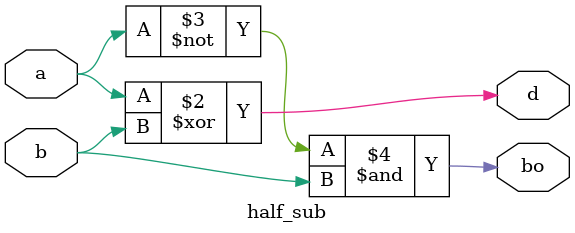
<source format=v>
module half_sub(a,b,d,bo);
input a,b;
output reg d,bo;
  
  always@(*)
    begin
   d  = a ^ b;
   bo = ~a & b;
    end
  endmodule


</source>
